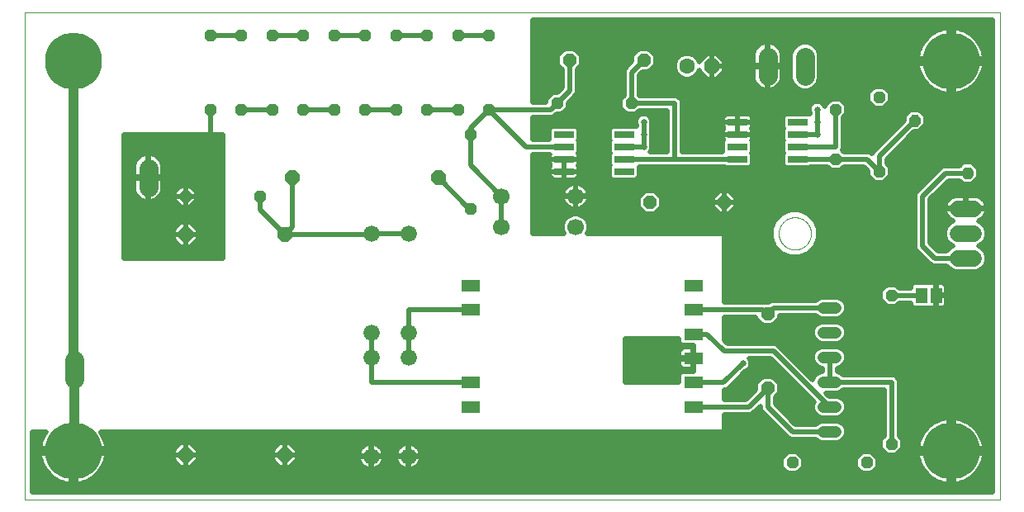
<source format=gtl>
G75*
%MOIN*%
%OFA0B0*%
%FSLAX25Y25*%
%IPPOS*%
%LPD*%
%AMOC8*
5,1,8,0,0,1.08239X$1,22.5*
%
%ADD10C,0.00000*%
%ADD11OC8,0.05400*%
%ADD12OC8,0.04800*%
%ADD13OC8,0.06000*%
%ADD14C,0.06600*%
%ADD15C,0.00960*%
%ADD16R,0.04600X0.06300*%
%ADD17C,0.04800*%
%ADD18C,0.07800*%
%ADD19R,0.07500X0.05000*%
%ADD20R,0.08000X0.02600*%
%ADD21OC8,0.06300*%
%ADD22C,0.06300*%
%ADD23C,0.23000*%
%ADD24C,0.06600*%
%ADD25C,0.06693*%
%ADD26C,0.02000*%
%ADD27C,0.02578*%
%ADD28C,0.04000*%
D10*
X0002000Y0002000D02*
X0002000Y0198850D01*
X0395701Y0198850D01*
X0395701Y0002000D01*
X0002000Y0002000D01*
X0306500Y0109500D02*
X0306502Y0109661D01*
X0306508Y0109821D01*
X0306518Y0109982D01*
X0306532Y0110142D01*
X0306550Y0110302D01*
X0306571Y0110461D01*
X0306597Y0110620D01*
X0306627Y0110778D01*
X0306660Y0110935D01*
X0306698Y0111092D01*
X0306739Y0111247D01*
X0306784Y0111401D01*
X0306833Y0111554D01*
X0306886Y0111706D01*
X0306942Y0111857D01*
X0307003Y0112006D01*
X0307066Y0112154D01*
X0307134Y0112300D01*
X0307205Y0112444D01*
X0307279Y0112586D01*
X0307357Y0112727D01*
X0307439Y0112865D01*
X0307524Y0113002D01*
X0307612Y0113136D01*
X0307704Y0113268D01*
X0307799Y0113398D01*
X0307897Y0113526D01*
X0307998Y0113651D01*
X0308102Y0113773D01*
X0308209Y0113893D01*
X0308319Y0114010D01*
X0308432Y0114125D01*
X0308548Y0114236D01*
X0308667Y0114345D01*
X0308788Y0114450D01*
X0308912Y0114553D01*
X0309038Y0114653D01*
X0309166Y0114749D01*
X0309297Y0114842D01*
X0309431Y0114932D01*
X0309566Y0115019D01*
X0309704Y0115102D01*
X0309843Y0115182D01*
X0309985Y0115258D01*
X0310128Y0115331D01*
X0310273Y0115400D01*
X0310420Y0115466D01*
X0310568Y0115528D01*
X0310718Y0115586D01*
X0310869Y0115641D01*
X0311022Y0115692D01*
X0311176Y0115739D01*
X0311331Y0115782D01*
X0311487Y0115821D01*
X0311643Y0115857D01*
X0311801Y0115888D01*
X0311959Y0115916D01*
X0312118Y0115940D01*
X0312278Y0115960D01*
X0312438Y0115976D01*
X0312598Y0115988D01*
X0312759Y0115996D01*
X0312920Y0116000D01*
X0313080Y0116000D01*
X0313241Y0115996D01*
X0313402Y0115988D01*
X0313562Y0115976D01*
X0313722Y0115960D01*
X0313882Y0115940D01*
X0314041Y0115916D01*
X0314199Y0115888D01*
X0314357Y0115857D01*
X0314513Y0115821D01*
X0314669Y0115782D01*
X0314824Y0115739D01*
X0314978Y0115692D01*
X0315131Y0115641D01*
X0315282Y0115586D01*
X0315432Y0115528D01*
X0315580Y0115466D01*
X0315727Y0115400D01*
X0315872Y0115331D01*
X0316015Y0115258D01*
X0316157Y0115182D01*
X0316296Y0115102D01*
X0316434Y0115019D01*
X0316569Y0114932D01*
X0316703Y0114842D01*
X0316834Y0114749D01*
X0316962Y0114653D01*
X0317088Y0114553D01*
X0317212Y0114450D01*
X0317333Y0114345D01*
X0317452Y0114236D01*
X0317568Y0114125D01*
X0317681Y0114010D01*
X0317791Y0113893D01*
X0317898Y0113773D01*
X0318002Y0113651D01*
X0318103Y0113526D01*
X0318201Y0113398D01*
X0318296Y0113268D01*
X0318388Y0113136D01*
X0318476Y0113002D01*
X0318561Y0112865D01*
X0318643Y0112727D01*
X0318721Y0112586D01*
X0318795Y0112444D01*
X0318866Y0112300D01*
X0318934Y0112154D01*
X0318997Y0112006D01*
X0319058Y0111857D01*
X0319114Y0111706D01*
X0319167Y0111554D01*
X0319216Y0111401D01*
X0319261Y0111247D01*
X0319302Y0111092D01*
X0319340Y0110935D01*
X0319373Y0110778D01*
X0319403Y0110620D01*
X0319429Y0110461D01*
X0319450Y0110302D01*
X0319468Y0110142D01*
X0319482Y0109982D01*
X0319492Y0109821D01*
X0319498Y0109661D01*
X0319500Y0109500D01*
X0319498Y0109339D01*
X0319492Y0109179D01*
X0319482Y0109018D01*
X0319468Y0108858D01*
X0319450Y0108698D01*
X0319429Y0108539D01*
X0319403Y0108380D01*
X0319373Y0108222D01*
X0319340Y0108065D01*
X0319302Y0107908D01*
X0319261Y0107753D01*
X0319216Y0107599D01*
X0319167Y0107446D01*
X0319114Y0107294D01*
X0319058Y0107143D01*
X0318997Y0106994D01*
X0318934Y0106846D01*
X0318866Y0106700D01*
X0318795Y0106556D01*
X0318721Y0106414D01*
X0318643Y0106273D01*
X0318561Y0106135D01*
X0318476Y0105998D01*
X0318388Y0105864D01*
X0318296Y0105732D01*
X0318201Y0105602D01*
X0318103Y0105474D01*
X0318002Y0105349D01*
X0317898Y0105227D01*
X0317791Y0105107D01*
X0317681Y0104990D01*
X0317568Y0104875D01*
X0317452Y0104764D01*
X0317333Y0104655D01*
X0317212Y0104550D01*
X0317088Y0104447D01*
X0316962Y0104347D01*
X0316834Y0104251D01*
X0316703Y0104158D01*
X0316569Y0104068D01*
X0316434Y0103981D01*
X0316296Y0103898D01*
X0316157Y0103818D01*
X0316015Y0103742D01*
X0315872Y0103669D01*
X0315727Y0103600D01*
X0315580Y0103534D01*
X0315432Y0103472D01*
X0315282Y0103414D01*
X0315131Y0103359D01*
X0314978Y0103308D01*
X0314824Y0103261D01*
X0314669Y0103218D01*
X0314513Y0103179D01*
X0314357Y0103143D01*
X0314199Y0103112D01*
X0314041Y0103084D01*
X0313882Y0103060D01*
X0313722Y0103040D01*
X0313562Y0103024D01*
X0313402Y0103012D01*
X0313241Y0103004D01*
X0313080Y0103000D01*
X0312920Y0103000D01*
X0312759Y0103004D01*
X0312598Y0103012D01*
X0312438Y0103024D01*
X0312278Y0103040D01*
X0312118Y0103060D01*
X0311959Y0103084D01*
X0311801Y0103112D01*
X0311643Y0103143D01*
X0311487Y0103179D01*
X0311331Y0103218D01*
X0311176Y0103261D01*
X0311022Y0103308D01*
X0310869Y0103359D01*
X0310718Y0103414D01*
X0310568Y0103472D01*
X0310420Y0103534D01*
X0310273Y0103600D01*
X0310128Y0103669D01*
X0309985Y0103742D01*
X0309843Y0103818D01*
X0309704Y0103898D01*
X0309566Y0103981D01*
X0309431Y0104068D01*
X0309297Y0104158D01*
X0309166Y0104251D01*
X0309038Y0104347D01*
X0308912Y0104447D01*
X0308788Y0104550D01*
X0308667Y0104655D01*
X0308548Y0104764D01*
X0308432Y0104875D01*
X0308319Y0104990D01*
X0308209Y0105107D01*
X0308102Y0105227D01*
X0307998Y0105349D01*
X0307897Y0105474D01*
X0307799Y0105602D01*
X0307704Y0105732D01*
X0307612Y0105864D01*
X0307524Y0105998D01*
X0307439Y0106135D01*
X0307357Y0106273D01*
X0307279Y0106414D01*
X0307205Y0106556D01*
X0307134Y0106700D01*
X0307066Y0106846D01*
X0307003Y0106994D01*
X0306942Y0107143D01*
X0306886Y0107294D01*
X0306833Y0107446D01*
X0306784Y0107599D01*
X0306739Y0107753D01*
X0306698Y0107908D01*
X0306660Y0108065D01*
X0306627Y0108222D01*
X0306597Y0108380D01*
X0306571Y0108539D01*
X0306550Y0108698D01*
X0306532Y0108858D01*
X0306518Y0109018D01*
X0306508Y0109179D01*
X0306502Y0109339D01*
X0306500Y0109500D01*
D11*
X0284500Y0122000D03*
X0254500Y0122000D03*
X0302000Y0077000D03*
X0302000Y0047000D03*
X0252000Y0179500D03*
X0222000Y0179500D03*
D12*
X0189500Y0189500D03*
X0177000Y0189500D03*
X0164500Y0189500D03*
X0152000Y0189500D03*
X0139500Y0189500D03*
X0127000Y0189500D03*
X0114500Y0189500D03*
X0102000Y0189500D03*
X0089500Y0189500D03*
X0077000Y0189500D03*
X0077000Y0159500D03*
X0089500Y0159500D03*
X0102000Y0159500D03*
X0114500Y0159500D03*
X0127000Y0159500D03*
X0139500Y0159500D03*
X0152000Y0159500D03*
X0164500Y0159500D03*
X0177000Y0159500D03*
X0189500Y0159500D03*
X0182000Y0149500D03*
X0217000Y0162000D03*
X0247000Y0162000D03*
X0182000Y0119500D03*
X0097000Y0124500D03*
X0067000Y0124500D03*
X0312000Y0017000D03*
X0342000Y0017000D03*
X0352000Y0024500D03*
X0352000Y0084500D03*
X0347000Y0134500D03*
X0329500Y0139500D03*
X0329500Y0159500D03*
X0347000Y0164500D03*
D13*
X0169000Y0132000D03*
X0110000Y0132000D03*
X0107000Y0109000D03*
X0067000Y0109000D03*
X0067000Y0020000D03*
X0107000Y0020000D03*
D14*
X0142000Y0019500D03*
X0157000Y0019500D03*
X0157000Y0059500D03*
X0142000Y0059500D03*
X0142000Y0069500D03*
X0157000Y0069500D03*
X0157000Y0109500D03*
X0142000Y0109500D03*
D15*
X0361078Y0156546D02*
X0360598Y0157026D01*
X0362188Y0157026D01*
X0363312Y0155902D01*
X0363312Y0154312D01*
X0362188Y0153188D01*
X0360598Y0153188D01*
X0359474Y0154312D01*
X0359474Y0155902D01*
X0360598Y0157026D01*
X0360896Y0156306D01*
X0361890Y0156306D01*
X0362592Y0155604D01*
X0362592Y0154610D01*
X0361890Y0153908D01*
X0360896Y0153908D01*
X0360194Y0154610D01*
X0360194Y0155604D01*
X0360896Y0156306D01*
X0361194Y0155586D01*
X0361592Y0155586D01*
X0361872Y0155306D01*
X0361872Y0154908D01*
X0361592Y0154628D01*
X0361194Y0154628D01*
X0360914Y0154908D01*
X0360914Y0155306D01*
X0361194Y0155586D01*
X0382292Y0135332D02*
X0381812Y0135812D01*
X0383402Y0135812D01*
X0384526Y0134688D01*
X0384526Y0133098D01*
X0383402Y0131974D01*
X0381812Y0131974D01*
X0380688Y0133098D01*
X0380688Y0134688D01*
X0381812Y0135812D01*
X0382110Y0135092D01*
X0383104Y0135092D01*
X0383806Y0134390D01*
X0383806Y0133396D01*
X0383104Y0132694D01*
X0382110Y0132694D01*
X0381408Y0133396D01*
X0381408Y0134390D01*
X0382110Y0135092D01*
X0382408Y0134372D01*
X0382806Y0134372D01*
X0383086Y0134092D01*
X0383086Y0133694D01*
X0382806Y0133414D01*
X0382408Y0133414D01*
X0382128Y0133694D01*
X0382128Y0134092D01*
X0382408Y0134372D01*
D16*
X0370000Y0084500D03*
X0364000Y0084500D03*
D17*
X0329400Y0079500D02*
X0324600Y0079500D01*
X0324600Y0069500D02*
X0329400Y0069500D01*
X0329400Y0059500D02*
X0324600Y0059500D01*
X0324600Y0049500D02*
X0329400Y0049500D01*
X0329400Y0039500D02*
X0324600Y0039500D01*
X0324600Y0029500D02*
X0329400Y0029500D01*
D18*
X0052000Y0128100D02*
X0052000Y0135900D01*
X0022000Y0058400D02*
X0022000Y0050600D01*
X0302000Y0173100D02*
X0302000Y0180900D01*
X0317000Y0180900D02*
X0317000Y0173100D01*
D19*
X0272000Y0088500D03*
X0272000Y0078700D03*
X0272000Y0068900D03*
X0272000Y0059100D03*
X0272000Y0049300D03*
X0272000Y0039500D03*
X0182000Y0039500D03*
X0182000Y0049300D03*
X0182000Y0078700D03*
X0182000Y0088500D03*
D20*
X0219900Y0134500D03*
X0219900Y0139500D03*
X0219900Y0144500D03*
X0219900Y0149500D03*
X0244100Y0149500D03*
X0244100Y0144500D03*
X0244100Y0139500D03*
X0244100Y0134500D03*
X0289900Y0139500D03*
X0289900Y0144500D03*
X0289900Y0149500D03*
X0289900Y0154500D03*
X0314100Y0154500D03*
X0314100Y0149500D03*
X0314100Y0144500D03*
X0314100Y0139500D03*
D21*
X0279500Y0177000D03*
D22*
X0269500Y0177000D03*
D23*
X0376016Y0179165D03*
X0376016Y0021685D03*
X0021685Y0021685D03*
X0021685Y0179165D03*
D24*
X0378700Y0119500D02*
X0385300Y0119500D01*
X0385300Y0109500D02*
X0378700Y0109500D01*
X0378700Y0099500D02*
X0385300Y0099500D01*
D25*
X0224500Y0112000D03*
X0224500Y0124500D03*
X0194500Y0124500D03*
X0194500Y0112000D03*
D26*
X0194500Y0124500D01*
X0182000Y0137000D01*
X0182000Y0149500D01*
X0182000Y0152000D01*
X0189500Y0159500D01*
X0204500Y0144500D01*
X0219900Y0144500D01*
X0225900Y0143894D02*
X0238100Y0143894D01*
X0238100Y0142372D02*
X0238472Y0142000D01*
X0238100Y0141628D01*
X0238100Y0137372D01*
X0238472Y0137000D01*
X0238100Y0136628D01*
X0238100Y0132372D01*
X0239272Y0131200D01*
X0248928Y0131200D01*
X0250100Y0132372D01*
X0250100Y0136500D01*
X0284772Y0136500D01*
X0285072Y0136200D01*
X0294728Y0136200D01*
X0295900Y0137372D01*
X0295900Y0141628D01*
X0295528Y0142000D01*
X0295900Y0142372D01*
X0295900Y0146628D01*
X0295521Y0147008D01*
X0295764Y0147428D01*
X0295900Y0147937D01*
X0295900Y0149500D01*
X0295900Y0151063D01*
X0295764Y0151572D01*
X0295517Y0152000D01*
X0295764Y0152428D01*
X0295900Y0152937D01*
X0295900Y0154500D01*
X0295900Y0156063D01*
X0295764Y0156572D01*
X0295500Y0157028D01*
X0295128Y0157400D01*
X0294672Y0157664D01*
X0294163Y0157800D01*
X0289900Y0157800D01*
X0289900Y0154500D01*
X0289900Y0154500D01*
X0295900Y0154500D01*
X0289900Y0154500D01*
X0289900Y0154500D01*
X0289900Y0154500D01*
X0283900Y0154500D01*
X0283900Y0156063D01*
X0284036Y0156572D01*
X0284300Y0157028D01*
X0284672Y0157400D01*
X0285128Y0157664D01*
X0285637Y0157800D01*
X0289900Y0157800D01*
X0289900Y0154500D01*
X0289900Y0151200D01*
X0289900Y0149500D01*
X0295900Y0149500D01*
X0289900Y0149500D01*
X0289900Y0149500D01*
X0289900Y0149500D01*
X0289900Y0149500D01*
X0283900Y0149500D01*
X0283900Y0151063D01*
X0284036Y0151572D01*
X0284283Y0152000D01*
X0284036Y0152428D01*
X0283900Y0152937D01*
X0283900Y0154500D01*
X0289900Y0154500D01*
X0289900Y0154500D01*
X0289900Y0149500D01*
X0283900Y0149500D01*
X0283900Y0147937D01*
X0284036Y0147428D01*
X0284279Y0147008D01*
X0283900Y0146628D01*
X0283900Y0142500D01*
X0267500Y0142500D01*
X0267500Y0162597D01*
X0267043Y0163699D01*
X0266199Y0164543D01*
X0265097Y0165000D01*
X0250223Y0165000D01*
X0250000Y0165223D01*
X0250000Y0173257D01*
X0251543Y0174800D01*
X0253947Y0174800D01*
X0256700Y0177553D01*
X0256700Y0181447D01*
X0253947Y0184200D01*
X0250053Y0184200D01*
X0247300Y0181447D01*
X0247300Y0179043D01*
X0244457Y0176199D01*
X0244000Y0175097D01*
X0244000Y0165223D01*
X0242600Y0163823D01*
X0242600Y0160177D01*
X0245177Y0157600D01*
X0248823Y0157600D01*
X0250223Y0159000D01*
X0261500Y0159000D01*
X0261500Y0142500D01*
X0254651Y0142500D01*
X0254788Y0142637D01*
X0255289Y0143846D01*
X0255289Y0145154D01*
X0255000Y0145852D01*
X0255000Y0148148D01*
X0255289Y0148846D01*
X0255289Y0150154D01*
X0255000Y0150852D01*
X0255000Y0153148D01*
X0255289Y0153846D01*
X0255289Y0155154D01*
X0254788Y0156363D01*
X0253863Y0157288D01*
X0252654Y0157789D01*
X0251346Y0157789D01*
X0250137Y0157288D01*
X0249212Y0156363D01*
X0248711Y0155154D01*
X0248711Y0153846D01*
X0249000Y0153148D01*
X0249000Y0152728D01*
X0248928Y0152800D01*
X0239272Y0152800D01*
X0238100Y0151628D01*
X0238100Y0147372D01*
X0238472Y0147000D01*
X0238100Y0146628D01*
X0238100Y0142372D01*
X0238367Y0141896D02*
X0225577Y0141896D01*
X0225521Y0141992D02*
X0225900Y0142372D01*
X0225900Y0146628D01*
X0225528Y0147000D01*
X0225900Y0147372D01*
X0225900Y0151628D01*
X0224728Y0152800D01*
X0215072Y0152800D01*
X0213900Y0151628D01*
X0213900Y0147500D01*
X0207000Y0147500D01*
X0207000Y0156500D01*
X0215097Y0156500D01*
X0216199Y0156957D01*
X0216843Y0157600D01*
X0218823Y0157600D01*
X0221400Y0160177D01*
X0221400Y0162157D01*
X0224543Y0165301D01*
X0225000Y0166403D01*
X0225000Y0175853D01*
X0226700Y0177553D01*
X0226700Y0181447D01*
X0223947Y0184200D01*
X0220053Y0184200D01*
X0217300Y0181447D01*
X0217300Y0177553D01*
X0219000Y0175853D01*
X0219000Y0168243D01*
X0217157Y0166400D01*
X0215177Y0166400D01*
X0212600Y0163823D01*
X0212600Y0162500D01*
X0207000Y0162500D01*
X0207000Y0195850D01*
X0392701Y0195850D01*
X0392701Y0005000D01*
X0005000Y0005000D01*
X0005000Y0029500D01*
X0010671Y0029500D01*
X0010092Y0028634D01*
X0009466Y0027464D01*
X0008959Y0026239D01*
X0008574Y0024969D01*
X0008315Y0023668D01*
X0008218Y0022685D01*
X0020685Y0022685D01*
X0020685Y0020685D01*
X0022685Y0020685D01*
X0022685Y0008218D01*
X0023668Y0008315D01*
X0024969Y0008574D01*
X0026239Y0008959D01*
X0027464Y0009466D01*
X0028634Y0010092D01*
X0029737Y0010829D01*
X0030762Y0011670D01*
X0031700Y0012608D01*
X0032541Y0013633D01*
X0033278Y0014736D01*
X0033904Y0015906D01*
X0034411Y0017132D01*
X0034796Y0018401D01*
X0035055Y0019702D01*
X0035152Y0020685D01*
X0022685Y0020685D01*
X0022685Y0022685D01*
X0035152Y0022685D01*
X0035055Y0023668D01*
X0034796Y0024969D01*
X0034411Y0026239D01*
X0033904Y0027464D01*
X0033278Y0028634D01*
X0032700Y0029500D01*
X0284500Y0029500D01*
X0284500Y0036500D01*
X0295097Y0036500D01*
X0296199Y0036957D01*
X0299000Y0039757D01*
X0299000Y0038903D01*
X0299457Y0037801D01*
X0300301Y0036957D01*
X0310301Y0026957D01*
X0311403Y0026500D01*
X0321377Y0026500D01*
X0322108Y0025770D01*
X0323725Y0025100D01*
X0330275Y0025100D01*
X0331892Y0025770D01*
X0333130Y0027008D01*
X0333800Y0028625D01*
X0333800Y0030375D01*
X0333130Y0031992D01*
X0331892Y0033230D01*
X0330275Y0033900D01*
X0323725Y0033900D01*
X0322108Y0033230D01*
X0321377Y0032500D01*
X0313243Y0032500D01*
X0305000Y0040743D01*
X0305000Y0043353D01*
X0306700Y0045053D01*
X0306700Y0048947D01*
X0303947Y0051700D01*
X0300053Y0051700D01*
X0297300Y0048947D01*
X0297300Y0046543D01*
X0293257Y0042500D01*
X0284500Y0042500D01*
X0284500Y0046300D01*
X0284897Y0046300D01*
X0285999Y0046757D01*
X0293165Y0053923D01*
X0293863Y0054212D01*
X0294788Y0055137D01*
X0295289Y0056346D01*
X0295289Y0057654D01*
X0294788Y0058863D01*
X0294651Y0059000D01*
X0303257Y0059000D01*
X0320693Y0041565D01*
X0320200Y0040375D01*
X0320200Y0038625D01*
X0320870Y0037008D01*
X0322108Y0035770D01*
X0323725Y0035100D01*
X0330275Y0035100D01*
X0331892Y0035770D01*
X0333130Y0037008D01*
X0333800Y0038625D01*
X0333800Y0040375D01*
X0333130Y0041992D01*
X0331892Y0043230D01*
X0330275Y0043900D01*
X0326843Y0043900D01*
X0325643Y0045100D01*
X0330275Y0045100D01*
X0331892Y0045770D01*
X0332623Y0046500D01*
X0349000Y0046500D01*
X0349000Y0027723D01*
X0347600Y0026323D01*
X0347600Y0022677D01*
X0350177Y0020100D01*
X0353823Y0020100D01*
X0356400Y0022677D01*
X0356400Y0026323D01*
X0355000Y0027723D01*
X0355000Y0050097D01*
X0354543Y0051199D01*
X0353699Y0052043D01*
X0352597Y0052500D01*
X0332623Y0052500D01*
X0331892Y0053230D01*
X0330275Y0053900D01*
X0330000Y0053900D01*
X0330000Y0055100D01*
X0330275Y0055100D01*
X0331892Y0055770D01*
X0333130Y0057008D01*
X0333800Y0058625D01*
X0333800Y0060375D01*
X0333130Y0061992D01*
X0331892Y0063230D01*
X0330275Y0063900D01*
X0323725Y0063900D01*
X0322108Y0063230D01*
X0320870Y0061992D01*
X0320200Y0060375D01*
X0320200Y0058625D01*
X0320870Y0057008D01*
X0322108Y0055770D01*
X0323725Y0055100D01*
X0324000Y0055100D01*
X0324000Y0053900D01*
X0323725Y0053900D01*
X0322108Y0053230D01*
X0320870Y0051992D01*
X0320249Y0050494D01*
X0306199Y0064543D01*
X0305097Y0065000D01*
X0285743Y0065000D01*
X0284500Y0066243D01*
X0284500Y0075700D01*
X0297300Y0075700D01*
X0297300Y0075053D01*
X0300053Y0072300D01*
X0303947Y0072300D01*
X0306700Y0075053D01*
X0306700Y0076500D01*
X0321377Y0076500D01*
X0322108Y0075770D01*
X0323725Y0075100D01*
X0330275Y0075100D01*
X0331892Y0075770D01*
X0333130Y0077008D01*
X0333800Y0078625D01*
X0333800Y0080375D01*
X0333130Y0081992D01*
X0331892Y0083230D01*
X0330275Y0083900D01*
X0323725Y0083900D01*
X0322108Y0083230D01*
X0321377Y0082500D01*
X0303903Y0082500D01*
X0302801Y0082043D01*
X0302457Y0081700D01*
X0284500Y0081700D01*
X0284500Y0109500D01*
X0229251Y0109500D01*
X0229846Y0110937D01*
X0229846Y0113063D01*
X0229032Y0115029D01*
X0227529Y0116532D01*
X0225563Y0117346D01*
X0223437Y0117346D01*
X0221471Y0116532D01*
X0219967Y0115029D01*
X0219154Y0113063D01*
X0219154Y0110937D01*
X0219749Y0109500D01*
X0207000Y0109500D01*
X0207000Y0141500D01*
X0214017Y0141500D01*
X0213900Y0141063D01*
X0213900Y0139500D01*
X0219900Y0139500D01*
X0225900Y0139500D01*
X0225900Y0141063D01*
X0225764Y0141572D01*
X0225521Y0141992D01*
X0225900Y0139897D02*
X0238100Y0139897D01*
X0238100Y0137899D02*
X0225890Y0137899D01*
X0225900Y0137937D02*
X0225900Y0139500D01*
X0219900Y0139500D01*
X0219900Y0139500D01*
X0219900Y0139500D01*
X0219900Y0134500D01*
X0225900Y0134500D01*
X0225900Y0136063D01*
X0225764Y0136572D01*
X0225517Y0137000D01*
X0225764Y0137428D01*
X0225900Y0137937D01*
X0225900Y0135900D02*
X0238100Y0135900D01*
X0238100Y0133902D02*
X0225900Y0133902D01*
X0225900Y0134500D02*
X0219900Y0134500D01*
X0219900Y0134500D01*
X0219900Y0134500D01*
X0219900Y0131200D01*
X0224163Y0131200D01*
X0224672Y0131336D01*
X0225128Y0131600D01*
X0225500Y0131972D01*
X0225764Y0132428D01*
X0225900Y0132937D01*
X0225900Y0134500D01*
X0225432Y0131903D02*
X0238568Y0131903D01*
X0249632Y0131903D02*
X0343374Y0131903D01*
X0342600Y0132677D02*
X0345177Y0130100D01*
X0348823Y0130100D01*
X0351400Y0132677D01*
X0351400Y0136323D01*
X0350000Y0137723D01*
X0350000Y0139471D01*
X0361236Y0150707D01*
X0363216Y0150707D01*
X0365793Y0153284D01*
X0365793Y0156929D01*
X0363216Y0159507D01*
X0359571Y0159507D01*
X0356993Y0156929D01*
X0356993Y0154949D01*
X0344457Y0142413D01*
X0344127Y0141616D01*
X0343699Y0142043D01*
X0342597Y0142500D01*
X0332723Y0142500D01*
X0332154Y0143068D01*
X0332500Y0143903D01*
X0332500Y0156277D01*
X0333900Y0157677D01*
X0333900Y0161323D01*
X0331323Y0163900D01*
X0327677Y0163900D01*
X0325100Y0161323D01*
X0325100Y0160610D01*
X0324788Y0161363D01*
X0323863Y0162288D01*
X0322654Y0162789D01*
X0321346Y0162789D01*
X0320137Y0162288D01*
X0319212Y0161363D01*
X0318711Y0160154D01*
X0318711Y0158846D01*
X0319000Y0158148D01*
X0319000Y0157728D01*
X0318928Y0157800D01*
X0309272Y0157800D01*
X0308100Y0156628D01*
X0308100Y0152372D01*
X0308472Y0152000D01*
X0308100Y0151628D01*
X0308100Y0147372D01*
X0308472Y0147000D01*
X0308100Y0146628D01*
X0308100Y0142372D01*
X0308472Y0142000D01*
X0308100Y0141628D01*
X0308100Y0137372D01*
X0309272Y0136200D01*
X0318928Y0136200D01*
X0319228Y0136500D01*
X0326277Y0136500D01*
X0327677Y0135100D01*
X0331323Y0135100D01*
X0332723Y0136500D01*
X0340757Y0136500D01*
X0342600Y0134657D01*
X0342600Y0132677D01*
X0342600Y0133902D02*
X0250100Y0133902D01*
X0250100Y0135900D02*
X0326877Y0135900D01*
X0332123Y0135900D02*
X0341357Y0135900D01*
X0342000Y0139500D02*
X0347000Y0134500D01*
X0347000Y0140713D01*
X0361393Y0155107D01*
X0364398Y0151888D02*
X0392701Y0151888D01*
X0392701Y0149890D02*
X0360419Y0149890D01*
X0358421Y0147891D02*
X0392701Y0147891D01*
X0392701Y0145893D02*
X0356422Y0145893D01*
X0354424Y0143894D02*
X0392701Y0143894D01*
X0392701Y0141896D02*
X0352425Y0141896D01*
X0350427Y0139897D02*
X0392701Y0139897D01*
X0392701Y0137899D02*
X0384824Y0137899D01*
X0384429Y0138293D02*
X0387007Y0135716D01*
X0387007Y0132071D01*
X0384429Y0129493D01*
X0380784Y0129493D01*
X0379384Y0130893D01*
X0375136Y0130893D01*
X0367500Y0123257D01*
X0367500Y0105743D01*
X0370743Y0102500D01*
X0374206Y0102500D01*
X0374207Y0102502D01*
X0375698Y0103993D01*
X0376922Y0104500D01*
X0375698Y0105007D01*
X0374207Y0106498D01*
X0373400Y0108446D01*
X0373400Y0110554D01*
X0374207Y0112502D01*
X0375698Y0113993D01*
X0376928Y0114503D01*
X0376666Y0114588D01*
X0375922Y0114967D01*
X0375247Y0115457D01*
X0374657Y0116047D01*
X0374167Y0116722D01*
X0373788Y0117466D01*
X0373530Y0118259D01*
X0373400Y0119083D01*
X0373400Y0119400D01*
X0381900Y0119400D01*
X0381900Y0119600D01*
X0381900Y0124800D01*
X0378283Y0124800D01*
X0377459Y0124669D01*
X0376666Y0124412D01*
X0375922Y0124033D01*
X0375247Y0123543D01*
X0374657Y0122953D01*
X0374167Y0122278D01*
X0373788Y0121534D01*
X0373530Y0120741D01*
X0373400Y0119917D01*
X0373400Y0119600D01*
X0381900Y0119600D01*
X0382100Y0119600D01*
X0382100Y0124800D01*
X0385717Y0124800D01*
X0386541Y0124669D01*
X0387334Y0124412D01*
X0388078Y0124033D01*
X0388753Y0123543D01*
X0389343Y0122953D01*
X0389833Y0122278D01*
X0390212Y0121534D01*
X0390469Y0120741D01*
X0390600Y0119917D01*
X0390600Y0119600D01*
X0382100Y0119600D01*
X0382100Y0119400D01*
X0390600Y0119400D01*
X0390600Y0119083D01*
X0390469Y0118259D01*
X0390212Y0117466D01*
X0389833Y0116722D01*
X0389343Y0116047D01*
X0388753Y0115457D01*
X0388078Y0114967D01*
X0387334Y0114588D01*
X0387072Y0114503D01*
X0388302Y0113993D01*
X0389793Y0112502D01*
X0390600Y0110554D01*
X0390600Y0108446D01*
X0389793Y0106498D01*
X0388302Y0105007D01*
X0387078Y0104500D01*
X0388302Y0103993D01*
X0389793Y0102502D01*
X0390600Y0100554D01*
X0390600Y0098446D01*
X0389793Y0096498D01*
X0388302Y0095007D01*
X0386354Y0094200D01*
X0377646Y0094200D01*
X0375698Y0095007D01*
X0374207Y0096498D01*
X0374206Y0096500D01*
X0368903Y0096500D01*
X0367801Y0096957D01*
X0366957Y0097801D01*
X0361957Y0102801D01*
X0361500Y0103903D01*
X0361500Y0125097D01*
X0361957Y0126199D01*
X0362801Y0127043D01*
X0372194Y0136437D01*
X0373297Y0136893D01*
X0379384Y0136893D01*
X0380784Y0138293D01*
X0384429Y0138293D01*
X0386822Y0135900D02*
X0392701Y0135900D01*
X0392701Y0133902D02*
X0387007Y0133902D01*
X0386839Y0131903D02*
X0392701Y0131903D01*
X0392701Y0129905D02*
X0384840Y0129905D01*
X0392701Y0127906D02*
X0372149Y0127906D01*
X0370150Y0125908D02*
X0392701Y0125908D01*
X0392701Y0123909D02*
X0388248Y0123909D01*
X0390020Y0121911D02*
X0392701Y0121911D01*
X0392701Y0119912D02*
X0390600Y0119912D01*
X0390357Y0117914D02*
X0392701Y0117914D01*
X0392701Y0115915D02*
X0389210Y0115915D01*
X0388379Y0113917D02*
X0392701Y0113917D01*
X0392701Y0111918D02*
X0390035Y0111918D01*
X0390600Y0109920D02*
X0392701Y0109920D01*
X0392701Y0107921D02*
X0390383Y0107921D01*
X0389218Y0105923D02*
X0392701Y0105923D01*
X0392701Y0103924D02*
X0388371Y0103924D01*
X0390032Y0101926D02*
X0392701Y0101926D01*
X0392701Y0099927D02*
X0390600Y0099927D01*
X0390386Y0097929D02*
X0392701Y0097929D01*
X0392701Y0095930D02*
X0389225Y0095930D01*
X0392701Y0093932D02*
X0284500Y0093932D01*
X0284500Y0095930D02*
X0374775Y0095930D01*
X0369500Y0099500D02*
X0382000Y0099500D01*
X0375629Y0103924D02*
X0369319Y0103924D01*
X0367500Y0105923D02*
X0374782Y0105923D01*
X0373617Y0107921D02*
X0367500Y0107921D01*
X0367500Y0109920D02*
X0373400Y0109920D01*
X0373965Y0111918D02*
X0367500Y0111918D01*
X0367500Y0113917D02*
X0375621Y0113917D01*
X0374790Y0115915D02*
X0367500Y0115915D01*
X0367500Y0117914D02*
X0373643Y0117914D01*
X0373400Y0119912D02*
X0367500Y0119912D01*
X0367500Y0121911D02*
X0373980Y0121911D01*
X0375752Y0123909D02*
X0368152Y0123909D01*
X0364500Y0124500D02*
X0364500Y0104500D01*
X0369500Y0099500D01*
X0366829Y0097929D02*
X0284500Y0097929D01*
X0284500Y0099927D02*
X0364830Y0099927D01*
X0362832Y0101926D02*
X0318861Y0101926D01*
X0318381Y0101446D02*
X0321054Y0104119D01*
X0322500Y0107610D01*
X0322500Y0111390D01*
X0321054Y0114881D01*
X0318381Y0117554D01*
X0314890Y0119000D01*
X0311110Y0119000D01*
X0307619Y0117554D01*
X0304946Y0114881D01*
X0303500Y0111390D01*
X0303500Y0107610D01*
X0304946Y0104119D01*
X0307619Y0101446D01*
X0311110Y0100000D01*
X0314890Y0100000D01*
X0318381Y0101446D01*
X0320859Y0103924D02*
X0361500Y0103924D01*
X0361500Y0105923D02*
X0321801Y0105923D01*
X0322500Y0107921D02*
X0361500Y0107921D01*
X0361500Y0109920D02*
X0322500Y0109920D01*
X0322281Y0111918D02*
X0361500Y0111918D01*
X0361500Y0113917D02*
X0321453Y0113917D01*
X0320020Y0115915D02*
X0361500Y0115915D01*
X0361500Y0117914D02*
X0317512Y0117914D01*
X0308488Y0117914D02*
X0287060Y0117914D01*
X0286447Y0117300D02*
X0289200Y0120053D01*
X0289200Y0122000D01*
X0289200Y0123947D01*
X0286447Y0126700D01*
X0284500Y0126700D01*
X0284500Y0122000D01*
X0289200Y0122000D01*
X0284500Y0122000D01*
X0284500Y0122000D01*
X0284500Y0122000D01*
X0284500Y0117300D01*
X0286447Y0117300D01*
X0284500Y0117300D02*
X0284500Y0122000D01*
X0284500Y0122000D01*
X0284500Y0122000D01*
X0279800Y0122000D01*
X0279800Y0123947D01*
X0282553Y0126700D01*
X0284500Y0126700D01*
X0284500Y0122000D01*
X0279800Y0122000D01*
X0279800Y0120053D01*
X0282553Y0117300D01*
X0284500Y0117300D01*
X0284500Y0117914D02*
X0284500Y0117914D01*
X0284500Y0119912D02*
X0284500Y0119912D01*
X0284500Y0121911D02*
X0284500Y0121911D01*
X0284500Y0123909D02*
X0284500Y0123909D01*
X0284500Y0125908D02*
X0284500Y0125908D01*
X0287239Y0125908D02*
X0361836Y0125908D01*
X0361500Y0123909D02*
X0289200Y0123909D01*
X0289200Y0121911D02*
X0361500Y0121911D01*
X0361500Y0119912D02*
X0289059Y0119912D01*
X0281940Y0117914D02*
X0257060Y0117914D01*
X0256447Y0117300D02*
X0259200Y0120053D01*
X0259200Y0123947D01*
X0256447Y0126700D01*
X0252553Y0126700D01*
X0249800Y0123947D01*
X0249800Y0120053D01*
X0252553Y0117300D01*
X0256447Y0117300D01*
X0259059Y0119912D02*
X0279941Y0119912D01*
X0279800Y0121911D02*
X0259200Y0121911D01*
X0259200Y0123909D02*
X0279800Y0123909D01*
X0281761Y0125908D02*
X0257239Y0125908D01*
X0251761Y0125908D02*
X0229664Y0125908D01*
X0229715Y0125752D02*
X0229455Y0126552D01*
X0229073Y0127302D01*
X0228578Y0127983D01*
X0227983Y0128578D01*
X0227302Y0129073D01*
X0226552Y0129455D01*
X0225752Y0129715D01*
X0224921Y0129846D01*
X0224583Y0129846D01*
X0224583Y0124583D01*
X0229846Y0124583D01*
X0229846Y0124921D01*
X0229715Y0125752D01*
X0229846Y0124417D02*
X0224583Y0124417D01*
X0224583Y0124583D01*
X0224417Y0124583D01*
X0224417Y0129846D01*
X0224079Y0129846D01*
X0223248Y0129715D01*
X0222448Y0129455D01*
X0221698Y0129073D01*
X0221017Y0128578D01*
X0220422Y0127983D01*
X0219927Y0127302D01*
X0219545Y0126552D01*
X0219285Y0125752D01*
X0219154Y0124921D01*
X0219154Y0124583D01*
X0224417Y0124583D01*
X0224417Y0124417D01*
X0224583Y0124417D01*
X0224583Y0119154D01*
X0224921Y0119154D01*
X0225752Y0119285D01*
X0226552Y0119545D01*
X0227302Y0119927D01*
X0227983Y0120422D01*
X0228578Y0121017D01*
X0229073Y0121698D01*
X0229455Y0122448D01*
X0229715Y0123248D01*
X0229846Y0124079D01*
X0229846Y0124417D01*
X0229820Y0123909D02*
X0249800Y0123909D01*
X0249800Y0121911D02*
X0229181Y0121911D01*
X0227272Y0119912D02*
X0249941Y0119912D01*
X0251940Y0117914D02*
X0207000Y0117914D01*
X0207000Y0119912D02*
X0221728Y0119912D01*
X0221698Y0119927D02*
X0222448Y0119545D01*
X0223248Y0119285D01*
X0224079Y0119154D01*
X0224417Y0119154D01*
X0224417Y0124417D01*
X0219154Y0124417D01*
X0219154Y0124079D01*
X0219285Y0123248D01*
X0219545Y0122448D01*
X0219927Y0121698D01*
X0220422Y0121017D01*
X0221017Y0120422D01*
X0221698Y0119927D01*
X0224417Y0119912D02*
X0224583Y0119912D01*
X0224583Y0121911D02*
X0224417Y0121911D01*
X0224417Y0123909D02*
X0224583Y0123909D01*
X0224583Y0125908D02*
X0224417Y0125908D01*
X0224417Y0127906D02*
X0224583Y0127906D01*
X0228634Y0127906D02*
X0363664Y0127906D01*
X0365662Y0129905D02*
X0207000Y0129905D01*
X0207000Y0131903D02*
X0214368Y0131903D01*
X0214300Y0131972D02*
X0214672Y0131600D01*
X0215128Y0131336D01*
X0215637Y0131200D01*
X0219900Y0131200D01*
X0219900Y0134500D01*
X0219900Y0134500D01*
X0219900Y0134500D01*
X0213900Y0134500D01*
X0213900Y0136063D01*
X0214036Y0136572D01*
X0214283Y0137000D01*
X0214036Y0137428D01*
X0213900Y0137937D01*
X0213900Y0139500D01*
X0219900Y0139500D01*
X0219900Y0139500D01*
X0219900Y0137800D01*
X0219900Y0134500D01*
X0213900Y0134500D01*
X0213900Y0132937D01*
X0214036Y0132428D01*
X0214300Y0131972D01*
X0213900Y0133902D02*
X0207000Y0133902D01*
X0207000Y0135900D02*
X0213900Y0135900D01*
X0213910Y0137899D02*
X0207000Y0137899D01*
X0207000Y0139897D02*
X0213900Y0139897D01*
X0219900Y0137899D02*
X0219900Y0137899D01*
X0219900Y0135900D02*
X0219900Y0135900D01*
X0219900Y0133902D02*
X0219900Y0133902D01*
X0219900Y0131903D02*
X0219900Y0131903D01*
X0220366Y0127906D02*
X0207000Y0127906D01*
X0207000Y0125908D02*
X0219336Y0125908D01*
X0219180Y0123909D02*
X0207000Y0123909D01*
X0207000Y0121911D02*
X0219819Y0121911D01*
X0220854Y0115915D02*
X0207000Y0115915D01*
X0207000Y0113917D02*
X0219507Y0113917D01*
X0219154Y0111918D02*
X0207000Y0111918D01*
X0207000Y0109920D02*
X0219575Y0109920D01*
X0229425Y0109920D02*
X0303500Y0109920D01*
X0303500Y0107921D02*
X0284500Y0107921D01*
X0284500Y0105923D02*
X0304199Y0105923D01*
X0305141Y0103924D02*
X0284500Y0103924D01*
X0284500Y0101926D02*
X0307139Y0101926D01*
X0303719Y0111918D02*
X0229846Y0111918D01*
X0229493Y0113917D02*
X0304547Y0113917D01*
X0305980Y0115915D02*
X0228146Y0115915D01*
X0244100Y0139500D02*
X0264500Y0139500D01*
X0289900Y0139500D01*
X0295900Y0139897D02*
X0308100Y0139897D01*
X0308100Y0137899D02*
X0295900Y0137899D01*
X0295633Y0141896D02*
X0308367Y0141896D01*
X0308100Y0143894D02*
X0295900Y0143894D01*
X0295900Y0145893D02*
X0308100Y0145893D01*
X0308100Y0147891D02*
X0295888Y0147891D01*
X0295900Y0149890D02*
X0308100Y0149890D01*
X0308360Y0151888D02*
X0295581Y0151888D01*
X0295900Y0153887D02*
X0308100Y0153887D01*
X0308100Y0155885D02*
X0295900Y0155885D01*
X0289900Y0155885D02*
X0289900Y0155885D01*
X0289900Y0153887D02*
X0289900Y0153887D01*
X0289900Y0151888D02*
X0289900Y0151888D01*
X0289900Y0149890D02*
X0289900Y0149890D01*
X0283900Y0149890D02*
X0267500Y0149890D01*
X0267500Y0151888D02*
X0284219Y0151888D01*
X0283900Y0153887D02*
X0267500Y0153887D01*
X0267500Y0155885D02*
X0283900Y0155885D01*
X0283912Y0147891D02*
X0267500Y0147891D01*
X0267500Y0145893D02*
X0283900Y0145893D01*
X0283900Y0143894D02*
X0267500Y0143894D01*
X0264500Y0139500D02*
X0264500Y0162000D01*
X0247000Y0162000D01*
X0247000Y0174500D01*
X0252000Y0179500D01*
X0256700Y0179868D02*
X0265113Y0179868D01*
X0265134Y0179917D02*
X0264350Y0178024D01*
X0264350Y0175976D01*
X0265134Y0174083D01*
X0266583Y0172634D01*
X0268476Y0171850D01*
X0270524Y0171850D01*
X0272417Y0172634D01*
X0273866Y0174083D01*
X0274350Y0175251D01*
X0274350Y0174867D01*
X0277367Y0171850D01*
X0279500Y0171850D01*
X0281633Y0171850D01*
X0284650Y0174867D01*
X0284650Y0177000D01*
X0284650Y0179133D01*
X0281633Y0182150D01*
X0279500Y0182150D01*
X0279500Y0177000D01*
X0284650Y0177000D01*
X0279500Y0177000D01*
X0279500Y0177000D01*
X0279500Y0177000D01*
X0279500Y0171850D01*
X0279500Y0177000D01*
X0279500Y0177000D01*
X0279500Y0182150D01*
X0277367Y0182150D01*
X0274350Y0179133D01*
X0274350Y0178749D01*
X0273866Y0179917D01*
X0272417Y0181366D01*
X0270524Y0182150D01*
X0268476Y0182150D01*
X0266583Y0181366D01*
X0265134Y0179917D01*
X0264350Y0177869D02*
X0256700Y0177869D01*
X0255017Y0175870D02*
X0264394Y0175870D01*
X0265345Y0173872D02*
X0250615Y0173872D01*
X0250000Y0171873D02*
X0268419Y0171873D01*
X0270581Y0171873D02*
X0277343Y0171873D01*
X0279500Y0171873D02*
X0279500Y0171873D01*
X0279500Y0173872D02*
X0279500Y0173872D01*
X0279500Y0175870D02*
X0279500Y0175870D01*
X0279500Y0177869D02*
X0279500Y0177869D01*
X0279500Y0179868D02*
X0279500Y0179868D01*
X0279500Y0181866D02*
X0279500Y0181866D01*
X0281917Y0181866D02*
X0296179Y0181866D01*
X0296245Y0182282D02*
X0296100Y0181364D01*
X0296100Y0177300D01*
X0301700Y0177300D01*
X0301700Y0186800D01*
X0301536Y0186800D01*
X0300618Y0186655D01*
X0299735Y0186368D01*
X0298908Y0185946D01*
X0298156Y0185400D01*
X0297500Y0184744D01*
X0296954Y0183992D01*
X0296532Y0183165D01*
X0296245Y0182282D01*
X0296889Y0183865D02*
X0254282Y0183865D01*
X0256281Y0181866D02*
X0267790Y0181866D01*
X0271210Y0181866D02*
X0277083Y0181866D01*
X0275084Y0179868D02*
X0273887Y0179868D01*
X0283916Y0179868D02*
X0296100Y0179868D01*
X0296100Y0177869D02*
X0284650Y0177869D01*
X0284650Y0175870D02*
X0296100Y0175870D01*
X0296100Y0176700D02*
X0296100Y0172636D01*
X0296245Y0171718D01*
X0296532Y0170835D01*
X0296954Y0170008D01*
X0297500Y0169256D01*
X0298156Y0168600D01*
X0298908Y0168054D01*
X0299735Y0167632D01*
X0300618Y0167345D01*
X0301536Y0167200D01*
X0301700Y0167200D01*
X0301700Y0176700D01*
X0296100Y0176700D01*
X0296100Y0173872D02*
X0283655Y0173872D01*
X0281657Y0171873D02*
X0296221Y0171873D01*
X0297050Y0169875D02*
X0250000Y0169875D01*
X0250000Y0167876D02*
X0299256Y0167876D01*
X0301700Y0167876D02*
X0302300Y0167876D01*
X0302300Y0167200D02*
X0302464Y0167200D01*
X0303382Y0167345D01*
X0304265Y0167632D01*
X0305092Y0168054D01*
X0305844Y0168600D01*
X0306500Y0169256D01*
X0307046Y0170008D01*
X0307468Y0170835D01*
X0307755Y0171718D01*
X0307900Y0172636D01*
X0307900Y0176700D01*
X0302300Y0176700D01*
X0302300Y0177300D01*
X0301700Y0177300D01*
X0301700Y0176700D01*
X0302300Y0176700D01*
X0302300Y0167200D01*
X0304744Y0167876D02*
X0314193Y0167876D01*
X0313658Y0168098D02*
X0315826Y0167200D01*
X0318174Y0167200D01*
X0320342Y0168098D01*
X0322002Y0169758D01*
X0322900Y0171926D01*
X0322900Y0182074D01*
X0322002Y0184242D01*
X0320342Y0185902D01*
X0318174Y0186800D01*
X0315826Y0186800D01*
X0313658Y0185902D01*
X0311998Y0184242D01*
X0311100Y0182074D01*
X0311100Y0171926D01*
X0311998Y0169758D01*
X0313658Y0168098D01*
X0311950Y0169875D02*
X0306950Y0169875D01*
X0307779Y0171873D02*
X0311122Y0171873D01*
X0311100Y0173872D02*
X0307900Y0173872D01*
X0307900Y0175870D02*
X0311100Y0175870D01*
X0311100Y0177869D02*
X0307900Y0177869D01*
X0307900Y0177300D02*
X0302300Y0177300D01*
X0302300Y0186800D01*
X0302464Y0186800D01*
X0303382Y0186655D01*
X0304265Y0186368D01*
X0305092Y0185946D01*
X0305844Y0185400D01*
X0306500Y0184744D01*
X0307046Y0183992D01*
X0307468Y0183165D01*
X0307755Y0182282D01*
X0307900Y0181364D01*
X0307900Y0177300D01*
X0302300Y0177869D02*
X0301700Y0177869D01*
X0301700Y0175870D02*
X0302300Y0175870D01*
X0302300Y0173872D02*
X0301700Y0173872D01*
X0301700Y0171873D02*
X0302300Y0171873D01*
X0302300Y0169875D02*
X0301700Y0169875D01*
X0319807Y0167876D02*
X0344154Y0167876D01*
X0345177Y0168900D02*
X0342600Y0166323D01*
X0342600Y0162677D01*
X0345177Y0160100D01*
X0348823Y0160100D01*
X0351400Y0162677D01*
X0351400Y0166323D01*
X0348823Y0168900D01*
X0345177Y0168900D01*
X0342600Y0165878D02*
X0250000Y0165878D01*
X0244000Y0165878D02*
X0224782Y0165878D01*
X0225000Y0167876D02*
X0244000Y0167876D01*
X0244000Y0169875D02*
X0225000Y0169875D01*
X0225000Y0171873D02*
X0244000Y0171873D01*
X0244000Y0173872D02*
X0225000Y0173872D01*
X0225017Y0175870D02*
X0244320Y0175870D01*
X0246126Y0177869D02*
X0226700Y0177869D01*
X0226700Y0179868D02*
X0247300Y0179868D01*
X0247719Y0181866D02*
X0226281Y0181866D01*
X0224282Y0183865D02*
X0249718Y0183865D01*
X0273655Y0173872D02*
X0275345Y0173872D01*
X0266863Y0163879D02*
X0327657Y0163879D01*
X0325658Y0161881D02*
X0324270Y0161881D01*
X0322000Y0159500D02*
X0322000Y0149500D01*
X0314100Y0149500D01*
X0314100Y0144500D02*
X0329500Y0144500D01*
X0329500Y0159500D01*
X0333900Y0159882D02*
X0392701Y0159882D01*
X0392701Y0157884D02*
X0364839Y0157884D01*
X0365793Y0155885D02*
X0392701Y0155885D01*
X0392701Y0153887D02*
X0365793Y0153887D01*
X0357948Y0157884D02*
X0333900Y0157884D01*
X0332500Y0155885D02*
X0356993Y0155885D01*
X0355931Y0153887D02*
X0332500Y0153887D01*
X0332500Y0151888D02*
X0353933Y0151888D01*
X0351934Y0149890D02*
X0332500Y0149890D01*
X0332500Y0147891D02*
X0349935Y0147891D01*
X0347937Y0145893D02*
X0332500Y0145893D01*
X0332496Y0143894D02*
X0345938Y0143894D01*
X0344243Y0141896D02*
X0343847Y0141896D01*
X0342000Y0139500D02*
X0329500Y0139500D01*
X0314100Y0139500D01*
X0319000Y0157884D02*
X0267500Y0157884D01*
X0267500Y0159882D02*
X0318711Y0159882D01*
X0319730Y0161881D02*
X0267500Y0161881D01*
X0261500Y0157884D02*
X0249106Y0157884D01*
X0249014Y0155885D02*
X0207000Y0155885D01*
X0207000Y0153887D02*
X0248711Y0153887D01*
X0252000Y0154500D02*
X0252000Y0144500D01*
X0244100Y0144500D01*
X0238100Y0145893D02*
X0225900Y0145893D01*
X0225900Y0147891D02*
X0238100Y0147891D01*
X0238100Y0149890D02*
X0225900Y0149890D01*
X0225640Y0151888D02*
X0238360Y0151888D01*
X0244894Y0157884D02*
X0219106Y0157884D01*
X0221105Y0159882D02*
X0242895Y0159882D01*
X0242600Y0161881D02*
X0221400Y0161881D01*
X0223122Y0163879D02*
X0242657Y0163879D01*
X0254986Y0155885D02*
X0261500Y0155885D01*
X0261500Y0153887D02*
X0255289Y0153887D01*
X0255000Y0151888D02*
X0261500Y0151888D01*
X0261500Y0149890D02*
X0255289Y0149890D01*
X0255000Y0147891D02*
X0261500Y0147891D01*
X0261500Y0145893D02*
X0255000Y0145893D01*
X0255289Y0143894D02*
X0261500Y0143894D01*
X0222000Y0167000D02*
X0217000Y0162000D01*
X0214500Y0159500D01*
X0189500Y0159500D01*
X0177000Y0159500D02*
X0164500Y0159500D01*
X0152000Y0159500D02*
X0139500Y0159500D01*
X0127000Y0159500D02*
X0114500Y0159500D01*
X0102000Y0159500D02*
X0089500Y0159500D01*
X0077000Y0159500D02*
X0077000Y0147000D01*
X0082000Y0147891D02*
X0042000Y0147891D01*
X0042000Y0149500D02*
X0082000Y0149500D01*
X0082000Y0099500D01*
X0042000Y0099500D01*
X0042000Y0149500D01*
X0042000Y0145893D02*
X0082000Y0145893D01*
X0082000Y0143894D02*
X0042000Y0143894D01*
X0042000Y0141896D02*
X0082000Y0141896D01*
X0082000Y0139897D02*
X0056347Y0139897D01*
X0056500Y0139744D02*
X0055844Y0140400D01*
X0055092Y0140946D01*
X0054265Y0141368D01*
X0053382Y0141655D01*
X0052464Y0141800D01*
X0052300Y0141800D01*
X0052300Y0132300D01*
X0057900Y0132300D01*
X0057900Y0136364D01*
X0057755Y0137282D01*
X0057468Y0138165D01*
X0057046Y0138992D01*
X0056500Y0139744D01*
X0057554Y0137899D02*
X0082000Y0137899D01*
X0082000Y0135900D02*
X0057900Y0135900D01*
X0057900Y0133902D02*
X0082000Y0133902D01*
X0082000Y0131903D02*
X0052300Y0131903D01*
X0052300Y0131700D02*
X0052300Y0132300D01*
X0051700Y0132300D01*
X0051700Y0141800D01*
X0051536Y0141800D01*
X0050618Y0141655D01*
X0049735Y0141368D01*
X0048908Y0140946D01*
X0048156Y0140400D01*
X0047500Y0139744D01*
X0046954Y0138992D01*
X0046532Y0138165D01*
X0046245Y0137282D01*
X0046100Y0136364D01*
X0046100Y0132300D01*
X0051700Y0132300D01*
X0051700Y0131700D01*
X0052300Y0131700D01*
X0057900Y0131700D01*
X0057900Y0127636D01*
X0057755Y0126718D01*
X0057468Y0125835D01*
X0057046Y0125008D01*
X0056500Y0124256D01*
X0055844Y0123600D01*
X0055092Y0123054D01*
X0054265Y0122632D01*
X0053382Y0122345D01*
X0052464Y0122200D01*
X0052300Y0122200D01*
X0052300Y0131700D01*
X0051700Y0131700D02*
X0051700Y0122200D01*
X0051536Y0122200D01*
X0050618Y0122345D01*
X0049735Y0122632D01*
X0048908Y0123054D01*
X0048156Y0123600D01*
X0047500Y0124256D01*
X0046954Y0125008D01*
X0046532Y0125835D01*
X0046245Y0126718D01*
X0046100Y0127636D01*
X0046100Y0131700D01*
X0051700Y0131700D01*
X0051700Y0131903D02*
X0042000Y0131903D01*
X0042000Y0129905D02*
X0046100Y0129905D01*
X0046100Y0127906D02*
X0042000Y0127906D01*
X0042000Y0125908D02*
X0046509Y0125908D01*
X0047847Y0123909D02*
X0042000Y0123909D01*
X0042000Y0121911D02*
X0063367Y0121911D01*
X0062600Y0122677D02*
X0065177Y0120100D01*
X0067000Y0120100D01*
X0068823Y0120100D01*
X0071400Y0122677D01*
X0071400Y0124500D01*
X0071400Y0126323D01*
X0068823Y0128900D01*
X0067000Y0128900D01*
X0067000Y0124500D01*
X0071400Y0124500D01*
X0067000Y0124500D01*
X0067000Y0124500D01*
X0067000Y0124500D01*
X0067000Y0120100D01*
X0067000Y0124500D01*
X0067000Y0124500D01*
X0067000Y0124500D01*
X0062600Y0124500D01*
X0062600Y0126323D01*
X0065177Y0128900D01*
X0067000Y0128900D01*
X0067000Y0124500D01*
X0062600Y0124500D01*
X0062600Y0122677D01*
X0062600Y0123909D02*
X0056153Y0123909D01*
X0057491Y0125908D02*
X0062600Y0125908D01*
X0064184Y0127906D02*
X0057900Y0127906D01*
X0057900Y0129905D02*
X0082000Y0129905D01*
X0082000Y0127906D02*
X0069816Y0127906D01*
X0071400Y0125908D02*
X0082000Y0125908D01*
X0082000Y0123909D02*
X0071400Y0123909D01*
X0070633Y0121911D02*
X0082000Y0121911D01*
X0082000Y0119912D02*
X0042000Y0119912D01*
X0042000Y0117914D02*
X0082000Y0117914D01*
X0082000Y0115915D02*
X0042000Y0115915D01*
X0042000Y0113917D02*
X0064846Y0113917D01*
X0064929Y0114000D02*
X0062000Y0111071D01*
X0062000Y0109000D01*
X0067000Y0109000D01*
X0067000Y0109000D01*
X0067000Y0114000D01*
X0069071Y0114000D01*
X0072000Y0111071D01*
X0072000Y0109000D01*
X0067000Y0109000D01*
X0067000Y0109000D01*
X0067000Y0109000D01*
X0067000Y0114000D01*
X0064929Y0114000D01*
X0067000Y0113917D02*
X0067000Y0113917D01*
X0067000Y0111918D02*
X0067000Y0111918D01*
X0067000Y0109920D02*
X0067000Y0109920D01*
X0067000Y0109000D02*
X0062000Y0109000D01*
X0062000Y0106929D01*
X0064929Y0104000D01*
X0067000Y0104000D01*
X0069071Y0104000D01*
X0072000Y0106929D01*
X0072000Y0109000D01*
X0067000Y0109000D01*
X0067000Y0104000D01*
X0067000Y0109000D01*
X0067000Y0109000D01*
X0067000Y0107921D02*
X0067000Y0107921D01*
X0067000Y0105923D02*
X0067000Y0105923D01*
X0070994Y0105923D02*
X0082000Y0105923D01*
X0082000Y0107921D02*
X0072000Y0107921D01*
X0072000Y0109920D02*
X0082000Y0109920D01*
X0082000Y0111918D02*
X0071153Y0111918D01*
X0069154Y0113917D02*
X0082000Y0113917D01*
X0097000Y0119000D02*
X0107000Y0109000D01*
X0110000Y0112000D01*
X0110000Y0132000D01*
X0097000Y0124500D02*
X0097000Y0119000D01*
X0107000Y0109000D02*
X0142000Y0109000D01*
X0142000Y0109500D01*
X0157000Y0109500D01*
X0169000Y0132000D02*
X0181500Y0119500D01*
X0182000Y0119500D01*
X0207000Y0147891D02*
X0213900Y0147891D01*
X0213900Y0149890D02*
X0207000Y0149890D01*
X0207000Y0151888D02*
X0214160Y0151888D01*
X0212657Y0163879D02*
X0207000Y0163879D01*
X0207000Y0165878D02*
X0214655Y0165878D01*
X0218634Y0167876D02*
X0207000Y0167876D01*
X0207000Y0169875D02*
X0219000Y0169875D01*
X0219000Y0171873D02*
X0207000Y0171873D01*
X0207000Y0173872D02*
X0219000Y0173872D01*
X0218983Y0175870D02*
X0207000Y0175870D01*
X0207000Y0177869D02*
X0217300Y0177869D01*
X0217300Y0179868D02*
X0207000Y0179868D01*
X0207000Y0181866D02*
X0217719Y0181866D01*
X0219718Y0183865D02*
X0207000Y0183865D01*
X0207000Y0185863D02*
X0298793Y0185863D01*
X0301700Y0185863D02*
X0302300Y0185863D01*
X0302300Y0183865D02*
X0301700Y0183865D01*
X0301700Y0181866D02*
X0302300Y0181866D01*
X0302300Y0179868D02*
X0301700Y0179868D01*
X0307900Y0179868D02*
X0311100Y0179868D01*
X0311100Y0181866D02*
X0307821Y0181866D01*
X0307111Y0183865D02*
X0311842Y0183865D01*
X0313619Y0185863D02*
X0305207Y0185863D01*
X0320381Y0185863D02*
X0364288Y0185863D01*
X0364422Y0186114D02*
X0363797Y0184944D01*
X0363290Y0183719D01*
X0362905Y0182450D01*
X0362646Y0181149D01*
X0362549Y0180165D01*
X0375016Y0180165D01*
X0375016Y0178165D01*
X0377016Y0178165D01*
X0377016Y0165699D01*
X0377999Y0165795D01*
X0379300Y0166054D01*
X0380569Y0166439D01*
X0381795Y0166947D01*
X0382964Y0167572D01*
X0384067Y0168309D01*
X0385093Y0169150D01*
X0386031Y0170088D01*
X0386872Y0171114D01*
X0387609Y0172217D01*
X0388234Y0173386D01*
X0388742Y0174612D01*
X0389127Y0175881D01*
X0389386Y0177182D01*
X0389483Y0178165D01*
X0377016Y0178165D01*
X0377016Y0180165D01*
X0389483Y0180165D01*
X0389386Y0181149D01*
X0389127Y0182450D01*
X0388742Y0183719D01*
X0388234Y0184944D01*
X0387609Y0186114D01*
X0386872Y0187217D01*
X0386031Y0188242D01*
X0385093Y0189180D01*
X0384067Y0190022D01*
X0382964Y0190759D01*
X0381795Y0191384D01*
X0380569Y0191892D01*
X0379300Y0192277D01*
X0377999Y0192535D01*
X0377016Y0192632D01*
X0377016Y0180165D01*
X0375016Y0180165D01*
X0375016Y0192632D01*
X0374032Y0192535D01*
X0372732Y0192277D01*
X0371462Y0191892D01*
X0370237Y0191384D01*
X0369067Y0190759D01*
X0367964Y0190022D01*
X0366939Y0189180D01*
X0366001Y0188242D01*
X0365159Y0187217D01*
X0364422Y0186114D01*
X0365688Y0187862D02*
X0207000Y0187862D01*
X0207000Y0189860D02*
X0367767Y0189860D01*
X0371383Y0191859D02*
X0207000Y0191859D01*
X0207000Y0193857D02*
X0392701Y0193857D01*
X0392701Y0191859D02*
X0380649Y0191859D01*
X0377016Y0191859D02*
X0375016Y0191859D01*
X0375016Y0189860D02*
X0377016Y0189860D01*
X0377016Y0187862D02*
X0375016Y0187862D01*
X0375016Y0185863D02*
X0377016Y0185863D01*
X0377016Y0183865D02*
X0375016Y0183865D01*
X0375016Y0181866D02*
X0377016Y0181866D01*
X0377016Y0179868D02*
X0392701Y0179868D01*
X0392701Y0181866D02*
X0389243Y0181866D01*
X0388682Y0183865D02*
X0392701Y0183865D01*
X0392701Y0185863D02*
X0387743Y0185863D01*
X0386343Y0187862D02*
X0392701Y0187862D01*
X0392701Y0189860D02*
X0384264Y0189860D01*
X0375016Y0179868D02*
X0322900Y0179868D01*
X0322900Y0181866D02*
X0362788Y0181866D01*
X0363350Y0183865D02*
X0322158Y0183865D01*
X0322900Y0177869D02*
X0362578Y0177869D01*
X0362549Y0178165D02*
X0362646Y0177182D01*
X0362905Y0175881D01*
X0363290Y0174612D01*
X0363797Y0173386D01*
X0364422Y0172217D01*
X0365159Y0171114D01*
X0366001Y0170088D01*
X0366939Y0169150D01*
X0367964Y0168309D01*
X0369067Y0167572D01*
X0370237Y0166947D01*
X0371462Y0166439D01*
X0372732Y0166054D01*
X0374032Y0165795D01*
X0375016Y0165699D01*
X0375016Y0178165D01*
X0362549Y0178165D01*
X0362908Y0175870D02*
X0322900Y0175870D01*
X0322900Y0173872D02*
X0363596Y0173872D01*
X0364652Y0171873D02*
X0322878Y0171873D01*
X0322050Y0169875D02*
X0366214Y0169875D01*
X0368611Y0167876D02*
X0349846Y0167876D01*
X0351400Y0165878D02*
X0373617Y0165878D01*
X0375016Y0165878D02*
X0377016Y0165878D01*
X0378414Y0165878D02*
X0392701Y0165878D01*
X0392701Y0167876D02*
X0383420Y0167876D01*
X0385817Y0169875D02*
X0392701Y0169875D01*
X0392701Y0171873D02*
X0387380Y0171873D01*
X0388435Y0173872D02*
X0392701Y0173872D01*
X0392701Y0175870D02*
X0389124Y0175870D01*
X0389453Y0177869D02*
X0392701Y0177869D01*
X0377016Y0177869D02*
X0375016Y0177869D01*
X0375016Y0175870D02*
X0377016Y0175870D01*
X0377016Y0173872D02*
X0375016Y0173872D01*
X0375016Y0171873D02*
X0377016Y0171873D01*
X0377016Y0169875D02*
X0375016Y0169875D01*
X0375016Y0167876D02*
X0377016Y0167876D01*
X0392701Y0163879D02*
X0351400Y0163879D01*
X0350603Y0161881D02*
X0392701Y0161881D01*
X0380389Y0137899D02*
X0350000Y0137899D01*
X0351400Y0135900D02*
X0371658Y0135900D01*
X0369659Y0133902D02*
X0351400Y0133902D01*
X0350626Y0131903D02*
X0367661Y0131903D01*
X0373893Y0133893D02*
X0364500Y0124500D01*
X0374147Y0129905D02*
X0380373Y0129905D01*
X0382607Y0133893D02*
X0373893Y0133893D01*
X0381900Y0123909D02*
X0382100Y0123909D01*
X0382100Y0121911D02*
X0381900Y0121911D01*
X0381900Y0119912D02*
X0382100Y0119912D01*
X0392701Y0091933D02*
X0284500Y0091933D01*
X0284500Y0089934D02*
X0392701Y0089934D01*
X0392701Y0087936D02*
X0374294Y0087936D01*
X0374300Y0087913D02*
X0374164Y0088422D01*
X0373900Y0088878D01*
X0373528Y0089250D01*
X0373072Y0089514D01*
X0372563Y0089650D01*
X0370150Y0089650D01*
X0370150Y0084650D01*
X0369850Y0084650D01*
X0369850Y0089650D01*
X0367437Y0089650D01*
X0367194Y0089585D01*
X0367128Y0089650D01*
X0360872Y0089650D01*
X0359700Y0088478D01*
X0359700Y0087500D01*
X0355223Y0087500D01*
X0353823Y0088900D01*
X0350177Y0088900D01*
X0347600Y0086323D01*
X0347600Y0082677D01*
X0350177Y0080100D01*
X0353823Y0080100D01*
X0355223Y0081500D01*
X0359700Y0081500D01*
X0359700Y0080522D01*
X0360872Y0079350D01*
X0367128Y0079350D01*
X0367194Y0079415D01*
X0367437Y0079350D01*
X0369850Y0079350D01*
X0369850Y0084350D01*
X0370150Y0084350D01*
X0370150Y0084650D01*
X0374300Y0084650D01*
X0374300Y0087913D01*
X0374300Y0085937D02*
X0392701Y0085937D01*
X0392701Y0083939D02*
X0374300Y0083939D01*
X0374300Y0084350D02*
X0370150Y0084350D01*
X0370150Y0079350D01*
X0372563Y0079350D01*
X0373072Y0079486D01*
X0373528Y0079750D01*
X0373900Y0080122D01*
X0374164Y0080578D01*
X0374300Y0081087D01*
X0374300Y0084350D01*
X0374300Y0081940D02*
X0392701Y0081940D01*
X0392701Y0079942D02*
X0373720Y0079942D01*
X0370150Y0079942D02*
X0369850Y0079942D01*
X0369850Y0081940D02*
X0370150Y0081940D01*
X0370150Y0083939D02*
X0369850Y0083939D01*
X0369850Y0085937D02*
X0370150Y0085937D01*
X0370150Y0087936D02*
X0369850Y0087936D01*
X0364000Y0084500D02*
X0352000Y0084500D01*
X0347600Y0083939D02*
X0284500Y0083939D01*
X0284500Y0085937D02*
X0347600Y0085937D01*
X0349213Y0087936D02*
X0284500Y0087936D01*
X0284500Y0081940D02*
X0302698Y0081940D01*
X0304500Y0079500D02*
X0302000Y0077000D01*
X0300300Y0078700D01*
X0272000Y0078700D01*
X0284500Y0073946D02*
X0298407Y0073946D01*
X0305593Y0073946D02*
X0392701Y0073946D01*
X0392701Y0071948D02*
X0333149Y0071948D01*
X0333130Y0071992D02*
X0331892Y0073230D01*
X0330275Y0073900D01*
X0323725Y0073900D01*
X0322108Y0073230D01*
X0320870Y0071992D01*
X0320200Y0070375D01*
X0320200Y0068625D01*
X0320870Y0067008D01*
X0322108Y0065770D01*
X0323725Y0065100D01*
X0330275Y0065100D01*
X0331892Y0065770D01*
X0333130Y0067008D01*
X0333800Y0068625D01*
X0333800Y0070375D01*
X0333130Y0071992D01*
X0333800Y0069949D02*
X0392701Y0069949D01*
X0392701Y0067951D02*
X0333521Y0067951D01*
X0332075Y0065952D02*
X0392701Y0065952D01*
X0392701Y0063954D02*
X0306789Y0063954D01*
X0308787Y0061955D02*
X0320855Y0061955D01*
X0320200Y0059957D02*
X0310786Y0059957D01*
X0312784Y0057958D02*
X0320476Y0057958D01*
X0321918Y0055960D02*
X0314783Y0055960D01*
X0316781Y0053961D02*
X0324000Y0053961D01*
X0320858Y0051963D02*
X0318780Y0051963D01*
X0314292Y0047966D02*
X0306700Y0047966D01*
X0306700Y0045967D02*
X0316290Y0045967D01*
X0318289Y0043969D02*
X0305616Y0043969D01*
X0305000Y0041970D02*
X0320287Y0041970D01*
X0320200Y0039972D02*
X0305771Y0039972D01*
X0307769Y0037973D02*
X0320470Y0037973D01*
X0321903Y0035975D02*
X0309768Y0035975D01*
X0311766Y0033976D02*
X0349000Y0033976D01*
X0349000Y0031978D02*
X0333136Y0031978D01*
X0333800Y0029979D02*
X0349000Y0029979D01*
X0349000Y0027981D02*
X0333533Y0027981D01*
X0332105Y0025982D02*
X0347600Y0025982D01*
X0347600Y0023984D02*
X0159846Y0023984D01*
X0159778Y0024033D02*
X0159034Y0024412D01*
X0158241Y0024669D01*
X0157417Y0024800D01*
X0157100Y0024800D01*
X0157100Y0019600D01*
X0156900Y0019600D01*
X0156900Y0024800D01*
X0156583Y0024800D01*
X0155759Y0024669D01*
X0154966Y0024412D01*
X0154222Y0024033D01*
X0153547Y0023543D01*
X0152957Y0022953D01*
X0152467Y0022278D01*
X0152088Y0021534D01*
X0151830Y0020741D01*
X0151700Y0019917D01*
X0151700Y0019600D01*
X0156900Y0019600D01*
X0156900Y0019400D01*
X0151700Y0019400D01*
X0151700Y0019083D01*
X0151830Y0018259D01*
X0152088Y0017466D01*
X0152467Y0016722D01*
X0152957Y0016047D01*
X0153547Y0015457D01*
X0154222Y0014967D01*
X0154966Y0014588D01*
X0155759Y0014330D01*
X0156583Y0014200D01*
X0156900Y0014200D01*
X0156900Y0019400D01*
X0157100Y0019400D01*
X0157100Y0019600D01*
X0162300Y0019600D01*
X0162300Y0019917D01*
X0162169Y0020741D01*
X0161912Y0021534D01*
X0161533Y0022278D01*
X0161043Y0022953D01*
X0160453Y0023543D01*
X0159778Y0024033D01*
X0157100Y0023984D02*
X0156900Y0023984D01*
X0156900Y0021985D02*
X0157100Y0021985D01*
X0157100Y0019987D02*
X0156900Y0019987D01*
X0157100Y0019400D02*
X0162300Y0019400D01*
X0162300Y0019083D01*
X0162169Y0018259D01*
X0161912Y0017466D01*
X0161533Y0016722D01*
X0161043Y0016047D01*
X0160453Y0015457D01*
X0159778Y0014967D01*
X0159034Y0014588D01*
X0158241Y0014330D01*
X0157417Y0014200D01*
X0157100Y0014200D01*
X0157100Y0019400D01*
X0157100Y0017988D02*
X0156900Y0017988D01*
X0156900Y0015990D02*
X0157100Y0015990D01*
X0160985Y0015990D02*
X0307600Y0015990D01*
X0307600Y0015177D02*
X0310177Y0012600D01*
X0313823Y0012600D01*
X0316400Y0015177D01*
X0316400Y0018823D01*
X0313823Y0021400D01*
X0310177Y0021400D01*
X0307600Y0018823D01*
X0307600Y0015177D01*
X0308786Y0013991D02*
X0032780Y0013991D01*
X0033938Y0015990D02*
X0063939Y0015990D01*
X0064929Y0015000D02*
X0062000Y0017929D01*
X0062000Y0020000D01*
X0067000Y0020000D01*
X0067000Y0020000D01*
X0067000Y0025000D01*
X0069071Y0025000D01*
X0072000Y0022071D01*
X0072000Y0020000D01*
X0067000Y0020000D01*
X0067000Y0020000D01*
X0067000Y0020000D01*
X0067000Y0025000D01*
X0064929Y0025000D01*
X0062000Y0022071D01*
X0062000Y0020000D01*
X0067000Y0020000D01*
X0072000Y0020000D01*
X0072000Y0017929D01*
X0069071Y0015000D01*
X0067000Y0015000D01*
X0067000Y0020000D01*
X0067000Y0020000D01*
X0067000Y0015000D01*
X0064929Y0015000D01*
X0067000Y0015990D02*
X0067000Y0015990D01*
X0067000Y0017988D02*
X0067000Y0017988D01*
X0067000Y0019987D02*
X0067000Y0019987D01*
X0067000Y0021985D02*
X0067000Y0021985D01*
X0067000Y0023984D02*
X0067000Y0023984D01*
X0070087Y0023984D02*
X0103913Y0023984D01*
X0104929Y0025000D02*
X0102000Y0022071D01*
X0102000Y0020000D01*
X0107000Y0020000D01*
X0107000Y0020000D01*
X0107000Y0025000D01*
X0109071Y0025000D01*
X0112000Y0022071D01*
X0112000Y0020000D01*
X0107000Y0020000D01*
X0107000Y0020000D01*
X0107000Y0020000D01*
X0107000Y0025000D01*
X0104929Y0025000D01*
X0107000Y0023984D02*
X0107000Y0023984D01*
X0107000Y0021985D02*
X0107000Y0021985D01*
X0107000Y0020000D02*
X0102000Y0020000D01*
X0102000Y0017929D01*
X0104929Y0015000D01*
X0107000Y0015000D01*
X0109071Y0015000D01*
X0112000Y0017929D01*
X0112000Y0020000D01*
X0107000Y0020000D01*
X0107000Y0015000D01*
X0107000Y0020000D01*
X0107000Y0020000D01*
X0107000Y0019987D02*
X0107000Y0019987D01*
X0107000Y0017988D02*
X0107000Y0017988D01*
X0107000Y0015990D02*
X0107000Y0015990D01*
X0110061Y0015990D02*
X0138015Y0015990D01*
X0137957Y0016047D02*
X0138547Y0015457D01*
X0139222Y0014967D01*
X0139966Y0014588D01*
X0140759Y0014330D01*
X0141583Y0014200D01*
X0141900Y0014200D01*
X0141900Y0019400D01*
X0136700Y0019400D01*
X0136700Y0019083D01*
X0136830Y0018259D01*
X0137088Y0017466D01*
X0137467Y0016722D01*
X0137957Y0016047D01*
X0136918Y0017988D02*
X0112000Y0017988D01*
X0112000Y0019987D02*
X0136711Y0019987D01*
X0136700Y0019917D02*
X0136700Y0019600D01*
X0141900Y0019600D01*
X0141900Y0024800D01*
X0141583Y0024800D01*
X0140759Y0024669D01*
X0139966Y0024412D01*
X0139222Y0024033D01*
X0138547Y0023543D01*
X0137957Y0022953D01*
X0137467Y0022278D01*
X0137088Y0021534D01*
X0136830Y0020741D01*
X0136700Y0019917D01*
X0137318Y0021985D02*
X0112000Y0021985D01*
X0110087Y0023984D02*
X0139154Y0023984D01*
X0141900Y0023984D02*
X0142100Y0023984D01*
X0142100Y0024800D02*
X0142100Y0019600D01*
X0141900Y0019600D01*
X0141900Y0019400D01*
X0142100Y0019400D01*
X0142100Y0019600D01*
X0147300Y0019600D01*
X0147300Y0019917D01*
X0147169Y0020741D01*
X0146912Y0021534D01*
X0146533Y0022278D01*
X0146043Y0022953D01*
X0145453Y0023543D01*
X0144778Y0024033D01*
X0144034Y0024412D01*
X0143241Y0024669D01*
X0142417Y0024800D01*
X0142100Y0024800D01*
X0144846Y0023984D02*
X0154154Y0023984D01*
X0152318Y0021985D02*
X0146682Y0021985D01*
X0147289Y0019987D02*
X0151711Y0019987D01*
X0151918Y0017988D02*
X0147081Y0017988D01*
X0147169Y0018259D02*
X0146912Y0017466D01*
X0146533Y0016722D01*
X0146043Y0016047D01*
X0145453Y0015457D01*
X0144778Y0014967D01*
X0144034Y0014588D01*
X0143241Y0014330D01*
X0142417Y0014200D01*
X0142100Y0014200D01*
X0142100Y0019400D01*
X0147300Y0019400D01*
X0147300Y0019083D01*
X0147169Y0018259D01*
X0145985Y0015990D02*
X0153015Y0015990D01*
X0162081Y0017988D02*
X0307600Y0017988D01*
X0308764Y0019987D02*
X0162289Y0019987D01*
X0161682Y0021985D02*
X0348292Y0021985D01*
X0345236Y0019987D02*
X0362618Y0019987D01*
X0362646Y0019702D02*
X0362905Y0018401D01*
X0363290Y0017132D01*
X0363797Y0015906D01*
X0364422Y0014736D01*
X0365159Y0013633D01*
X0366001Y0012608D01*
X0366939Y0011670D01*
X0367964Y0010829D01*
X0369067Y0010092D01*
X0370237Y0009466D01*
X0371462Y0008959D01*
X0372732Y0008574D01*
X0374032Y0008315D01*
X0375016Y0008218D01*
X0375016Y0020685D01*
X0377016Y0020685D01*
X0377016Y0022685D01*
X0389483Y0022685D01*
X0389386Y0023668D01*
X0389127Y0024969D01*
X0388742Y0026239D01*
X0388234Y0027464D01*
X0387609Y0028634D01*
X0386872Y0029737D01*
X0386031Y0030762D01*
X0385093Y0031700D01*
X0384067Y0032541D01*
X0382964Y0033278D01*
X0381795Y0033904D01*
X0380569Y0034411D01*
X0379300Y0034796D01*
X0377999Y0035055D01*
X0377016Y0035152D01*
X0377016Y0022685D01*
X0375016Y0022685D01*
X0375016Y0035152D01*
X0374032Y0035055D01*
X0372732Y0034796D01*
X0371462Y0034411D01*
X0370237Y0033904D01*
X0369067Y0033278D01*
X0367964Y0032541D01*
X0366939Y0031700D01*
X0366001Y0030762D01*
X0365159Y0029737D01*
X0364422Y0028634D01*
X0363797Y0027464D01*
X0363290Y0026239D01*
X0362905Y0024969D01*
X0362646Y0023668D01*
X0362549Y0022685D01*
X0375016Y0022685D01*
X0375016Y0020685D01*
X0362549Y0020685D01*
X0362646Y0019702D01*
X0363030Y0017988D02*
X0346400Y0017988D01*
X0346400Y0018823D02*
X0346400Y0015177D01*
X0343823Y0012600D01*
X0340177Y0012600D01*
X0337600Y0015177D01*
X0337600Y0018823D01*
X0340177Y0021400D01*
X0343823Y0021400D01*
X0346400Y0018823D01*
X0346400Y0015990D02*
X0363763Y0015990D01*
X0364920Y0013991D02*
X0345214Y0013991D01*
X0338786Y0013991D02*
X0315214Y0013991D01*
X0316400Y0015990D02*
X0337600Y0015990D01*
X0337600Y0017988D02*
X0316400Y0017988D01*
X0315236Y0019987D02*
X0338764Y0019987D01*
X0352000Y0024500D02*
X0352000Y0049500D01*
X0327000Y0049500D01*
X0327000Y0059500D01*
X0333145Y0061955D02*
X0392701Y0061955D01*
X0392701Y0059957D02*
X0333800Y0059957D01*
X0333524Y0057958D02*
X0392701Y0057958D01*
X0392701Y0055960D02*
X0332082Y0055960D01*
X0330000Y0053961D02*
X0392701Y0053961D01*
X0392701Y0051963D02*
X0353780Y0051963D01*
X0355000Y0049964D02*
X0392701Y0049964D01*
X0392701Y0047966D02*
X0355000Y0047966D01*
X0355000Y0045967D02*
X0392701Y0045967D01*
X0392701Y0043969D02*
X0355000Y0043969D01*
X0355000Y0041970D02*
X0392701Y0041970D01*
X0392701Y0039972D02*
X0355000Y0039972D01*
X0355000Y0037973D02*
X0392701Y0037973D01*
X0392701Y0035975D02*
X0355000Y0035975D01*
X0355000Y0033976D02*
X0370412Y0033976D01*
X0367277Y0031978D02*
X0355000Y0031978D01*
X0355000Y0029979D02*
X0365358Y0029979D01*
X0364073Y0027981D02*
X0355000Y0027981D01*
X0356400Y0025982D02*
X0363212Y0025982D01*
X0362708Y0023984D02*
X0356400Y0023984D01*
X0355708Y0021985D02*
X0375016Y0021985D01*
X0375016Y0019987D02*
X0377016Y0019987D01*
X0377016Y0020685D02*
X0377016Y0008218D01*
X0377999Y0008315D01*
X0379300Y0008574D01*
X0380569Y0008959D01*
X0381795Y0009466D01*
X0382964Y0010092D01*
X0384067Y0010829D01*
X0385093Y0011670D01*
X0386031Y0012608D01*
X0386872Y0013633D01*
X0387609Y0014736D01*
X0388234Y0015906D01*
X0388742Y0017132D01*
X0389127Y0018401D01*
X0389386Y0019702D01*
X0389483Y0020685D01*
X0377016Y0020685D01*
X0377016Y0021985D02*
X0392701Y0021985D01*
X0392701Y0019987D02*
X0389414Y0019987D01*
X0389002Y0017988D02*
X0392701Y0017988D01*
X0392701Y0015990D02*
X0388269Y0015990D01*
X0387111Y0013991D02*
X0392701Y0013991D01*
X0392701Y0011993D02*
X0385415Y0011993D01*
X0382782Y0009994D02*
X0392701Y0009994D01*
X0392701Y0007996D02*
X0005000Y0007996D01*
X0005000Y0009994D02*
X0014919Y0009994D01*
X0014736Y0010092D02*
X0015906Y0009466D01*
X0017132Y0008959D01*
X0018401Y0008574D01*
X0019702Y0008315D01*
X0020685Y0008218D01*
X0020685Y0020685D01*
X0008218Y0020685D01*
X0008315Y0019702D01*
X0008574Y0018401D01*
X0008959Y0017132D01*
X0009466Y0015906D01*
X0010092Y0014736D01*
X0010829Y0013633D01*
X0011670Y0012608D01*
X0012608Y0011670D01*
X0013633Y0010829D01*
X0014736Y0010092D01*
X0012286Y0011993D02*
X0005000Y0011993D01*
X0005000Y0013991D02*
X0010590Y0013991D01*
X0009432Y0015990D02*
X0005000Y0015990D01*
X0005000Y0017988D02*
X0008699Y0017988D01*
X0008287Y0019987D02*
X0005000Y0019987D01*
X0005000Y0021985D02*
X0020685Y0021985D01*
X0021685Y0021685D02*
X0022000Y0022000D01*
X0022685Y0021985D02*
X0062000Y0021985D01*
X0062000Y0019987D02*
X0035083Y0019987D01*
X0034671Y0017988D02*
X0062000Y0017988D01*
X0070061Y0015990D02*
X0103939Y0015990D01*
X0102000Y0017988D02*
X0072000Y0017988D01*
X0072000Y0019987D02*
X0102000Y0019987D01*
X0102000Y0021985D02*
X0072000Y0021985D01*
X0063913Y0023984D02*
X0034992Y0023984D01*
X0034489Y0025982D02*
X0321895Y0025982D01*
X0327000Y0029500D02*
X0312000Y0029500D01*
X0302000Y0039500D01*
X0302000Y0047000D01*
X0294500Y0039500D01*
X0272000Y0039500D01*
X0284500Y0035975D02*
X0301283Y0035975D01*
X0299385Y0037973D02*
X0297216Y0037973D01*
X0303281Y0033976D02*
X0284500Y0033976D01*
X0284500Y0031978D02*
X0305280Y0031978D01*
X0307278Y0029979D02*
X0284500Y0029979D01*
X0309277Y0027981D02*
X0033627Y0027981D01*
X0022685Y0019987D02*
X0020685Y0019987D01*
X0020685Y0017988D02*
X0022685Y0017988D01*
X0022685Y0015990D02*
X0020685Y0015990D01*
X0020685Y0013991D02*
X0022685Y0013991D01*
X0022685Y0011993D02*
X0020685Y0011993D01*
X0020685Y0009994D02*
X0022685Y0009994D01*
X0028451Y0009994D02*
X0369250Y0009994D01*
X0366616Y0011993D02*
X0031084Y0011993D01*
X0008378Y0023984D02*
X0005000Y0023984D01*
X0005000Y0025982D02*
X0008881Y0025982D01*
X0009743Y0027981D02*
X0005000Y0027981D01*
X0005000Y0005997D02*
X0392701Y0005997D01*
X0377016Y0009994D02*
X0375016Y0009994D01*
X0375016Y0011993D02*
X0377016Y0011993D01*
X0377016Y0013991D02*
X0375016Y0013991D01*
X0375016Y0015990D02*
X0377016Y0015990D01*
X0377016Y0017988D02*
X0375016Y0017988D01*
X0375016Y0023984D02*
X0377016Y0023984D01*
X0377016Y0025982D02*
X0375016Y0025982D01*
X0375016Y0027981D02*
X0377016Y0027981D01*
X0377016Y0029979D02*
X0375016Y0029979D01*
X0375016Y0031978D02*
X0377016Y0031978D01*
X0377016Y0033976D02*
X0375016Y0033976D01*
X0381619Y0033976D02*
X0392701Y0033976D01*
X0392701Y0031978D02*
X0384754Y0031978D01*
X0386673Y0029979D02*
X0392701Y0029979D01*
X0392701Y0027981D02*
X0387958Y0027981D01*
X0388820Y0025982D02*
X0392701Y0025982D01*
X0392701Y0023984D02*
X0389323Y0023984D01*
X0349000Y0035975D02*
X0332097Y0035975D01*
X0333530Y0037973D02*
X0349000Y0037973D01*
X0349000Y0039972D02*
X0333800Y0039972D01*
X0333139Y0041970D02*
X0349000Y0041970D01*
X0349000Y0043969D02*
X0326774Y0043969D01*
X0332090Y0045967D02*
X0349000Y0045967D01*
X0327000Y0039500D02*
X0304500Y0062000D01*
X0284500Y0062000D01*
X0277600Y0068900D01*
X0272000Y0068900D01*
X0266250Y0067000D02*
X0266250Y0065572D01*
X0267422Y0064400D01*
X0272000Y0064400D01*
X0272000Y0059350D01*
X0271750Y0059350D01*
X0271750Y0063600D01*
X0267987Y0063600D01*
X0267478Y0063464D01*
X0267022Y0063200D01*
X0266650Y0062828D01*
X0266386Y0062372D01*
X0266250Y0061863D01*
X0266250Y0059350D01*
X0271750Y0059350D01*
X0271750Y0058850D01*
X0272000Y0058850D01*
X0272000Y0053800D01*
X0267422Y0053800D01*
X0266250Y0052628D01*
X0266250Y0049500D01*
X0244500Y0049500D01*
X0244500Y0067000D01*
X0266250Y0067000D01*
X0266250Y0065952D02*
X0244500Y0065952D01*
X0244500Y0063954D02*
X0272000Y0063954D01*
X0272000Y0061955D02*
X0271750Y0061955D01*
X0271750Y0059957D02*
X0272000Y0059957D01*
X0271750Y0058850D02*
X0266250Y0058850D01*
X0266250Y0056337D01*
X0266386Y0055828D01*
X0266650Y0055372D01*
X0267022Y0055000D01*
X0267478Y0054736D01*
X0267987Y0054600D01*
X0271750Y0054600D01*
X0271750Y0058850D01*
X0271750Y0057958D02*
X0272000Y0057958D01*
X0272000Y0055960D02*
X0271750Y0055960D01*
X0272000Y0053961D02*
X0244500Y0053961D01*
X0244500Y0051963D02*
X0266250Y0051963D01*
X0266250Y0049964D02*
X0244500Y0049964D01*
X0244500Y0055960D02*
X0266351Y0055960D01*
X0266250Y0057958D02*
X0244500Y0057958D01*
X0244500Y0059957D02*
X0266250Y0059957D01*
X0266275Y0061955D02*
X0244500Y0061955D01*
X0272000Y0049300D02*
X0284300Y0049300D01*
X0292000Y0057000D01*
X0295129Y0055960D02*
X0306298Y0055960D01*
X0308296Y0053961D02*
X0293258Y0053961D01*
X0291205Y0051963D02*
X0310295Y0051963D01*
X0312293Y0049964D02*
X0305683Y0049964D01*
X0298317Y0049964D02*
X0289207Y0049964D01*
X0287208Y0047966D02*
X0297300Y0047966D01*
X0296725Y0045967D02*
X0284500Y0045967D01*
X0284500Y0043969D02*
X0294726Y0043969D01*
X0295163Y0057958D02*
X0304299Y0057958D01*
X0320479Y0067951D02*
X0284500Y0067951D01*
X0284500Y0069949D02*
X0320200Y0069949D01*
X0320851Y0071948D02*
X0284500Y0071948D01*
X0284790Y0065952D02*
X0321925Y0065952D01*
X0321933Y0075945D02*
X0306700Y0075945D01*
X0304500Y0079500D02*
X0327000Y0079500D01*
X0333152Y0081940D02*
X0348337Y0081940D01*
X0354787Y0087936D02*
X0359700Y0087936D01*
X0360280Y0079942D02*
X0333800Y0079942D01*
X0333518Y0077943D02*
X0392701Y0077943D01*
X0392701Y0075945D02*
X0332067Y0075945D01*
X0182000Y0078700D02*
X0157000Y0078700D01*
X0157000Y0069500D01*
X0157000Y0059500D01*
X0142000Y0059500D02*
X0142000Y0069500D01*
X0142000Y0059500D02*
X0142000Y0049300D01*
X0182000Y0049300D01*
X0142100Y0021985D02*
X0141900Y0021985D01*
X0141900Y0019987D02*
X0142100Y0019987D01*
X0142100Y0017988D02*
X0141900Y0017988D01*
X0141900Y0015990D02*
X0142100Y0015990D01*
X0022000Y0054500D02*
X0021685Y0054815D01*
X0042000Y0099927D02*
X0082000Y0099927D01*
X0082000Y0101926D02*
X0042000Y0101926D01*
X0042000Y0103924D02*
X0082000Y0103924D01*
X0063006Y0105923D02*
X0042000Y0105923D01*
X0042000Y0107921D02*
X0062000Y0107921D01*
X0062000Y0109920D02*
X0042000Y0109920D01*
X0042000Y0111918D02*
X0062847Y0111918D01*
X0067000Y0121911D02*
X0067000Y0121911D01*
X0067000Y0123909D02*
X0067000Y0123909D01*
X0067000Y0125908D02*
X0067000Y0125908D01*
X0067000Y0127906D02*
X0067000Y0127906D01*
X0052300Y0127906D02*
X0051700Y0127906D01*
X0051700Y0125908D02*
X0052300Y0125908D01*
X0052300Y0123909D02*
X0051700Y0123909D01*
X0051700Y0129905D02*
X0052300Y0129905D01*
X0052300Y0133902D02*
X0051700Y0133902D01*
X0051700Y0135900D02*
X0052300Y0135900D01*
X0052300Y0137899D02*
X0051700Y0137899D01*
X0051700Y0139897D02*
X0052300Y0139897D01*
X0047653Y0139897D02*
X0042000Y0139897D01*
X0042000Y0137899D02*
X0046446Y0137899D01*
X0046100Y0135900D02*
X0042000Y0135900D01*
X0042000Y0133902D02*
X0046100Y0133902D01*
X0077000Y0189500D02*
X0089500Y0189500D01*
X0102000Y0189500D02*
X0114500Y0189500D01*
X0127000Y0189500D02*
X0139500Y0189500D01*
X0152000Y0189500D02*
X0164500Y0189500D01*
X0177000Y0189500D02*
X0189500Y0189500D01*
X0222000Y0179500D02*
X0222000Y0167000D01*
X0331343Y0163879D02*
X0342600Y0163879D01*
X0343397Y0161881D02*
X0333342Y0161881D01*
D27*
X0322000Y0159500D03*
X0322000Y0154500D03*
X0322000Y0149500D03*
X0252000Y0149500D03*
X0252000Y0154500D03*
X0252000Y0144500D03*
X0249500Y0062000D03*
X0249500Y0057000D03*
X0254500Y0057000D03*
X0259500Y0057000D03*
X0259500Y0062000D03*
X0254500Y0062000D03*
X0254500Y0052000D03*
X0259500Y0052000D03*
X0249500Y0052000D03*
X0292000Y0057000D03*
D28*
X0022000Y0054500D02*
X0022000Y0022000D01*
X0021685Y0054815D02*
X0021685Y0179165D01*
M02*

</source>
